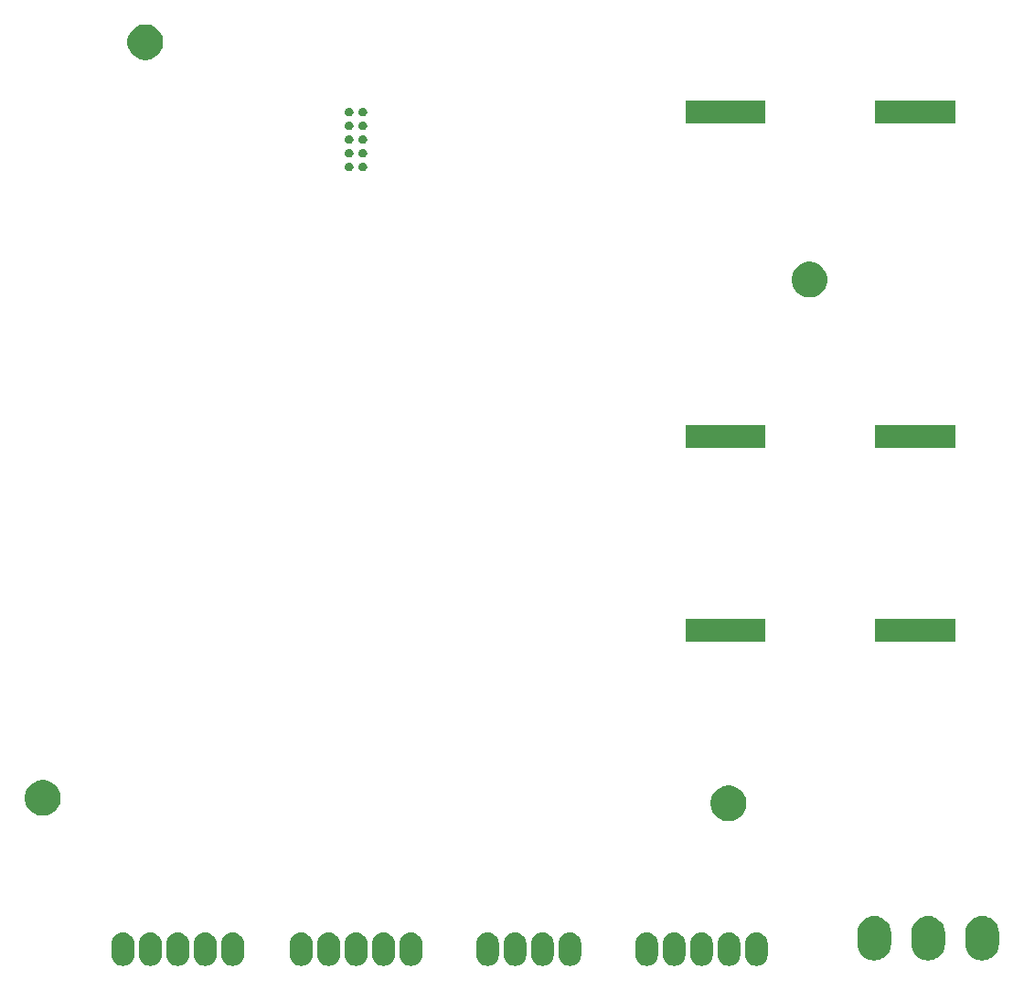
<source format=gbr>
G04 #@! TF.GenerationSoftware,KiCad,Pcbnew,5.0.2+dfsg1-1~bpo9+1*
G04 #@! TF.CreationDate,2019-06-05T17:15:04-04:00*
G04 #@! TF.ProjectId,SCARAMotorFeedbackController,53434152-414d-46f7-946f-724665656462,rev?*
G04 #@! TF.SameCoordinates,Original*
G04 #@! TF.FileFunction,Soldermask,Bot*
G04 #@! TF.FilePolarity,Negative*
%FSLAX46Y46*%
G04 Gerber Fmt 4.6, Leading zero omitted, Abs format (unit mm)*
G04 Created by KiCad (PCBNEW 5.0.2+dfsg1-1~bpo9+1) date Wed 05 Jun 2019 05:15:04 PM EDT*
%MOMM*%
%LPD*%
G01*
G04 APERTURE LIST*
%ADD10C,0.100000*%
G04 APERTURE END LIST*
D10*
G36*
X22786032Y5035793D02*
X22984146Y4975695D01*
X23166729Y4878103D01*
X23326765Y4746765D01*
X23458103Y4586729D01*
X23555695Y4404146D01*
X23615793Y4206032D01*
X23631000Y4051630D01*
X23631000Y2948370D01*
X23615793Y2793968D01*
X23555695Y2595854D01*
X23458103Y2413271D01*
X23458101Y2413269D01*
X23326768Y2253238D01*
X23326766Y2253237D01*
X23326765Y2253235D01*
X23166729Y2121897D01*
X22984145Y2024305D01*
X22786031Y1964207D01*
X22580000Y1943915D01*
X22373968Y1964207D01*
X22175854Y2024305D01*
X21993271Y2121897D01*
X21929257Y2174432D01*
X21833238Y2253232D01*
X21833237Y2253234D01*
X21833235Y2253235D01*
X21701897Y2413271D01*
X21604305Y2595855D01*
X21544207Y2793969D01*
X21529000Y2948371D01*
X21529000Y4051631D01*
X21544207Y4206028D01*
X21604306Y4404148D01*
X21701899Y4586731D01*
X21833236Y4746765D01*
X21993270Y4878101D01*
X21993272Y4878103D01*
X22175855Y4975695D01*
X22373969Y5035793D01*
X22580000Y5056085D01*
X22786032Y5035793D01*
X22786032Y5035793D01*
G37*
G36*
X51476032Y5035793D02*
X51674146Y4975695D01*
X51856729Y4878103D01*
X52016765Y4746765D01*
X52148103Y4586729D01*
X52245695Y4404146D01*
X52305793Y4206032D01*
X52321000Y4051630D01*
X52321000Y2948370D01*
X52305793Y2793968D01*
X52245695Y2595854D01*
X52148103Y2413271D01*
X52148101Y2413269D01*
X52016768Y2253238D01*
X52016766Y2253237D01*
X52016765Y2253235D01*
X51856729Y2121897D01*
X51674145Y2024305D01*
X51476031Y1964207D01*
X51270000Y1943915D01*
X51063968Y1964207D01*
X50865854Y2024305D01*
X50683271Y2121897D01*
X50619257Y2174432D01*
X50523238Y2253232D01*
X50523237Y2253234D01*
X50523235Y2253235D01*
X50391897Y2413271D01*
X50294305Y2595855D01*
X50234207Y2793969D01*
X50219000Y2948371D01*
X50219000Y4051631D01*
X50234207Y4206028D01*
X50294306Y4404148D01*
X50391899Y4586731D01*
X50523236Y4746765D01*
X50683270Y4878101D01*
X50683272Y4878103D01*
X50865855Y4975695D01*
X51063969Y5035793D01*
X51270000Y5056085D01*
X51476032Y5035793D01*
X51476032Y5035793D01*
G37*
G36*
X34206032Y5035793D02*
X34404146Y4975695D01*
X34586729Y4878103D01*
X34746765Y4746765D01*
X34878103Y4586729D01*
X34975695Y4404146D01*
X35035793Y4206032D01*
X35051000Y4051630D01*
X35051000Y2948370D01*
X35035793Y2793968D01*
X34975695Y2595854D01*
X34878103Y2413271D01*
X34878101Y2413269D01*
X34746768Y2253238D01*
X34746766Y2253237D01*
X34746765Y2253235D01*
X34586729Y2121897D01*
X34404145Y2024305D01*
X34206031Y1964207D01*
X34000000Y1943915D01*
X33793968Y1964207D01*
X33595854Y2024305D01*
X33413271Y2121897D01*
X33349257Y2174432D01*
X33253238Y2253232D01*
X33253237Y2253234D01*
X33253235Y2253235D01*
X33121897Y2413271D01*
X33024305Y2595855D01*
X32964207Y2793969D01*
X32949000Y2948371D01*
X32949000Y4051631D01*
X32964207Y4206028D01*
X33024306Y4404148D01*
X33121899Y4586731D01*
X33253236Y4746765D01*
X33413270Y4878101D01*
X33413272Y4878103D01*
X33595855Y4975695D01*
X33793969Y5035793D01*
X34000000Y5056085D01*
X34206032Y5035793D01*
X34206032Y5035793D01*
G37*
G36*
X36746032Y5035793D02*
X36944146Y4975695D01*
X37126729Y4878103D01*
X37286765Y4746765D01*
X37418103Y4586729D01*
X37515695Y4404146D01*
X37575793Y4206032D01*
X37591000Y4051630D01*
X37591000Y2948370D01*
X37575793Y2793968D01*
X37515695Y2595854D01*
X37418103Y2413271D01*
X37418101Y2413269D01*
X37286768Y2253238D01*
X37286766Y2253237D01*
X37286765Y2253235D01*
X37126729Y2121897D01*
X36944145Y2024305D01*
X36746031Y1964207D01*
X36540000Y1943915D01*
X36333968Y1964207D01*
X36135854Y2024305D01*
X35953271Y2121897D01*
X35889257Y2174432D01*
X35793238Y2253232D01*
X35793237Y2253234D01*
X35793235Y2253235D01*
X35661897Y2413271D01*
X35564305Y2595855D01*
X35504207Y2793969D01*
X35489000Y2948371D01*
X35489000Y4051631D01*
X35504207Y4206028D01*
X35564306Y4404148D01*
X35661899Y4586731D01*
X35793236Y4746765D01*
X35953270Y4878101D01*
X35953272Y4878103D01*
X36135855Y4975695D01*
X36333969Y5035793D01*
X36540000Y5056085D01*
X36746032Y5035793D01*
X36746032Y5035793D01*
G37*
G36*
X71286032Y5035793D02*
X71484146Y4975695D01*
X71666729Y4878103D01*
X71826765Y4746765D01*
X71958103Y4586729D01*
X72055695Y4404146D01*
X72115793Y4206032D01*
X72131000Y4051630D01*
X72131000Y2948370D01*
X72115793Y2793968D01*
X72055695Y2595854D01*
X71958103Y2413271D01*
X71958101Y2413269D01*
X71826768Y2253238D01*
X71826766Y2253237D01*
X71826765Y2253235D01*
X71666729Y2121897D01*
X71484145Y2024305D01*
X71286031Y1964207D01*
X71080000Y1943915D01*
X70873968Y1964207D01*
X70675854Y2024305D01*
X70493271Y2121897D01*
X70429257Y2174432D01*
X70333238Y2253232D01*
X70333237Y2253234D01*
X70333235Y2253235D01*
X70201897Y2413271D01*
X70104305Y2595855D01*
X70044207Y2793969D01*
X70029000Y2948371D01*
X70029000Y4051631D01*
X70044207Y4206028D01*
X70104306Y4404148D01*
X70201899Y4586731D01*
X70333236Y4746765D01*
X70493270Y4878101D01*
X70493272Y4878103D01*
X70675855Y4975695D01*
X70873969Y5035793D01*
X71080000Y5056085D01*
X71286032Y5035793D01*
X71286032Y5035793D01*
G37*
G36*
X68746032Y5035793D02*
X68944146Y4975695D01*
X69126729Y4878103D01*
X69286765Y4746765D01*
X69418103Y4586729D01*
X69515695Y4404146D01*
X69575793Y4206032D01*
X69591000Y4051630D01*
X69591000Y2948370D01*
X69575793Y2793968D01*
X69515695Y2595854D01*
X69418103Y2413271D01*
X69418101Y2413269D01*
X69286768Y2253238D01*
X69286766Y2253237D01*
X69286765Y2253235D01*
X69126729Y2121897D01*
X68944145Y2024305D01*
X68746031Y1964207D01*
X68540000Y1943915D01*
X68333968Y1964207D01*
X68135854Y2024305D01*
X67953271Y2121897D01*
X67889257Y2174432D01*
X67793238Y2253232D01*
X67793237Y2253234D01*
X67793235Y2253235D01*
X67661897Y2413271D01*
X67564305Y2595855D01*
X67504207Y2793969D01*
X67489000Y2948371D01*
X67489000Y4051631D01*
X67504207Y4206028D01*
X67564306Y4404148D01*
X67661899Y4586731D01*
X67793236Y4746765D01*
X67953270Y4878101D01*
X67953272Y4878103D01*
X68135855Y4975695D01*
X68333969Y5035793D01*
X68540000Y5056085D01*
X68746032Y5035793D01*
X68746032Y5035793D01*
G37*
G36*
X66206032Y5035793D02*
X66404146Y4975695D01*
X66586729Y4878103D01*
X66746765Y4746765D01*
X66878103Y4586729D01*
X66975695Y4404146D01*
X67035793Y4206032D01*
X67051000Y4051630D01*
X67051000Y2948370D01*
X67035793Y2793968D01*
X66975695Y2595854D01*
X66878103Y2413271D01*
X66878101Y2413269D01*
X66746768Y2253238D01*
X66746766Y2253237D01*
X66746765Y2253235D01*
X66586729Y2121897D01*
X66404145Y2024305D01*
X66206031Y1964207D01*
X66000000Y1943915D01*
X65793968Y1964207D01*
X65595854Y2024305D01*
X65413271Y2121897D01*
X65349257Y2174432D01*
X65253238Y2253232D01*
X65253237Y2253234D01*
X65253235Y2253235D01*
X65121897Y2413271D01*
X65024305Y2595855D01*
X64964207Y2793969D01*
X64949000Y2948371D01*
X64949000Y4051631D01*
X64964207Y4206028D01*
X65024306Y4404148D01*
X65121899Y4586731D01*
X65253236Y4746765D01*
X65413270Y4878101D01*
X65413272Y4878103D01*
X65595855Y4975695D01*
X65793969Y5035793D01*
X66000000Y5056085D01*
X66206032Y5035793D01*
X66206032Y5035793D01*
G37*
G36*
X63666032Y5035793D02*
X63864146Y4975695D01*
X64046729Y4878103D01*
X64206765Y4746765D01*
X64338103Y4586729D01*
X64435695Y4404146D01*
X64495793Y4206032D01*
X64511000Y4051630D01*
X64511000Y2948370D01*
X64495793Y2793968D01*
X64435695Y2595854D01*
X64338103Y2413271D01*
X64338101Y2413269D01*
X64206768Y2253238D01*
X64206766Y2253237D01*
X64206765Y2253235D01*
X64046729Y2121897D01*
X63864145Y2024305D01*
X63666031Y1964207D01*
X63460000Y1943915D01*
X63253968Y1964207D01*
X63055854Y2024305D01*
X62873271Y2121897D01*
X62809257Y2174432D01*
X62713238Y2253232D01*
X62713237Y2253234D01*
X62713235Y2253235D01*
X62581897Y2413271D01*
X62484305Y2595855D01*
X62424207Y2793969D01*
X62409000Y2948371D01*
X62409000Y4051631D01*
X62424207Y4206028D01*
X62484306Y4404148D01*
X62581899Y4586731D01*
X62713236Y4746765D01*
X62873270Y4878101D01*
X62873272Y4878103D01*
X63055855Y4975695D01*
X63253969Y5035793D01*
X63460000Y5056085D01*
X63666032Y5035793D01*
X63666032Y5035793D01*
G37*
G36*
X61126032Y5035793D02*
X61324146Y4975695D01*
X61506729Y4878103D01*
X61666765Y4746765D01*
X61798103Y4586729D01*
X61895695Y4404146D01*
X61955793Y4206032D01*
X61971000Y4051630D01*
X61971000Y2948370D01*
X61955793Y2793968D01*
X61895695Y2595854D01*
X61798103Y2413271D01*
X61798101Y2413269D01*
X61666768Y2253238D01*
X61666766Y2253237D01*
X61666765Y2253235D01*
X61506729Y2121897D01*
X61324145Y2024305D01*
X61126031Y1964207D01*
X60920000Y1943915D01*
X60713968Y1964207D01*
X60515854Y2024305D01*
X60333271Y2121897D01*
X60269257Y2174432D01*
X60173238Y2253232D01*
X60173237Y2253234D01*
X60173235Y2253235D01*
X60041897Y2413271D01*
X59944305Y2595855D01*
X59884207Y2793969D01*
X59869000Y2948371D01*
X59869000Y4051631D01*
X59884207Y4206028D01*
X59944306Y4404148D01*
X60041899Y4586731D01*
X60173236Y4746765D01*
X60333270Y4878101D01*
X60333272Y4878103D01*
X60515855Y4975695D01*
X60713969Y5035793D01*
X60920000Y5056085D01*
X61126032Y5035793D01*
X61126032Y5035793D01*
G37*
G36*
X54016032Y5035793D02*
X54214146Y4975695D01*
X54396729Y4878103D01*
X54556765Y4746765D01*
X54688103Y4586729D01*
X54785695Y4404146D01*
X54845793Y4206032D01*
X54861000Y4051630D01*
X54861000Y2948370D01*
X54845793Y2793968D01*
X54785695Y2595854D01*
X54688103Y2413271D01*
X54688101Y2413269D01*
X54556768Y2253238D01*
X54556766Y2253237D01*
X54556765Y2253235D01*
X54396729Y2121897D01*
X54214145Y2024305D01*
X54016031Y1964207D01*
X53810000Y1943915D01*
X53603968Y1964207D01*
X53405854Y2024305D01*
X53223271Y2121897D01*
X53159257Y2174432D01*
X53063238Y2253232D01*
X53063237Y2253234D01*
X53063235Y2253235D01*
X52931897Y2413271D01*
X52834305Y2595855D01*
X52774207Y2793969D01*
X52759000Y2948371D01*
X52759000Y4051631D01*
X52774207Y4206028D01*
X52834306Y4404148D01*
X52931899Y4586731D01*
X53063236Y4746765D01*
X53223270Y4878101D01*
X53223272Y4878103D01*
X53405855Y4975695D01*
X53603969Y5035793D01*
X53810000Y5056085D01*
X54016032Y5035793D01*
X54016032Y5035793D01*
G37*
G36*
X48936032Y5035793D02*
X49134146Y4975695D01*
X49316729Y4878103D01*
X49476765Y4746765D01*
X49608103Y4586729D01*
X49705695Y4404146D01*
X49765793Y4206032D01*
X49781000Y4051630D01*
X49781000Y2948370D01*
X49765793Y2793968D01*
X49705695Y2595854D01*
X49608103Y2413271D01*
X49608101Y2413269D01*
X49476768Y2253238D01*
X49476766Y2253237D01*
X49476765Y2253235D01*
X49316729Y2121897D01*
X49134145Y2024305D01*
X48936031Y1964207D01*
X48730000Y1943915D01*
X48523968Y1964207D01*
X48325854Y2024305D01*
X48143271Y2121897D01*
X48079257Y2174432D01*
X47983238Y2253232D01*
X47983237Y2253234D01*
X47983235Y2253235D01*
X47851897Y2413271D01*
X47754305Y2595855D01*
X47694207Y2793969D01*
X47679000Y2948371D01*
X47679000Y4051631D01*
X47694207Y4206028D01*
X47754306Y4404148D01*
X47851899Y4586731D01*
X47983236Y4746765D01*
X48143270Y4878101D01*
X48143272Y4878103D01*
X48325855Y4975695D01*
X48523969Y5035793D01*
X48730000Y5056085D01*
X48936032Y5035793D01*
X48936032Y5035793D01*
G37*
G36*
X46396032Y5035793D02*
X46594146Y4975695D01*
X46776729Y4878103D01*
X46936765Y4746765D01*
X47068103Y4586729D01*
X47165695Y4404146D01*
X47225793Y4206032D01*
X47241000Y4051630D01*
X47241000Y2948370D01*
X47225793Y2793968D01*
X47165695Y2595854D01*
X47068103Y2413271D01*
X47068101Y2413269D01*
X46936768Y2253238D01*
X46936766Y2253237D01*
X46936765Y2253235D01*
X46776729Y2121897D01*
X46594145Y2024305D01*
X46396031Y1964207D01*
X46190000Y1943915D01*
X45983968Y1964207D01*
X45785854Y2024305D01*
X45603271Y2121897D01*
X45539257Y2174432D01*
X45443238Y2253232D01*
X45443237Y2253234D01*
X45443235Y2253235D01*
X45311897Y2413271D01*
X45214305Y2595855D01*
X45154207Y2793969D01*
X45139000Y2948371D01*
X45139000Y4051631D01*
X45154207Y4206028D01*
X45214306Y4404148D01*
X45311899Y4586731D01*
X45443236Y4746765D01*
X45603270Y4878101D01*
X45603272Y4878103D01*
X45785855Y4975695D01*
X45983969Y5035793D01*
X46190000Y5056085D01*
X46396032Y5035793D01*
X46396032Y5035793D01*
G37*
G36*
X31666032Y5035793D02*
X31864146Y4975695D01*
X32046729Y4878103D01*
X32206765Y4746765D01*
X32338103Y4586729D01*
X32435695Y4404146D01*
X32495793Y4206032D01*
X32511000Y4051630D01*
X32511000Y2948370D01*
X32495793Y2793968D01*
X32435695Y2595854D01*
X32338103Y2413271D01*
X32338101Y2413269D01*
X32206768Y2253238D01*
X32206766Y2253237D01*
X32206765Y2253235D01*
X32046729Y2121897D01*
X31864145Y2024305D01*
X31666031Y1964207D01*
X31460000Y1943915D01*
X31253968Y1964207D01*
X31055854Y2024305D01*
X30873271Y2121897D01*
X30809257Y2174432D01*
X30713238Y2253232D01*
X30713237Y2253234D01*
X30713235Y2253235D01*
X30581897Y2413271D01*
X30484305Y2595855D01*
X30424207Y2793969D01*
X30409000Y2948371D01*
X30409000Y4051631D01*
X30424207Y4206028D01*
X30484306Y4404148D01*
X30581899Y4586731D01*
X30713236Y4746765D01*
X30873270Y4878101D01*
X30873272Y4878103D01*
X31055855Y4975695D01*
X31253969Y5035793D01*
X31460000Y5056085D01*
X31666032Y5035793D01*
X31666032Y5035793D01*
G37*
G36*
X29126032Y5035793D02*
X29324146Y4975695D01*
X29506729Y4878103D01*
X29666765Y4746765D01*
X29798103Y4586729D01*
X29895695Y4404146D01*
X29955793Y4206032D01*
X29971000Y4051630D01*
X29971000Y2948370D01*
X29955793Y2793968D01*
X29895695Y2595854D01*
X29798103Y2413271D01*
X29798101Y2413269D01*
X29666768Y2253238D01*
X29666766Y2253237D01*
X29666765Y2253235D01*
X29506729Y2121897D01*
X29324145Y2024305D01*
X29126031Y1964207D01*
X28920000Y1943915D01*
X28713968Y1964207D01*
X28515854Y2024305D01*
X28333271Y2121897D01*
X28269257Y2174432D01*
X28173238Y2253232D01*
X28173237Y2253234D01*
X28173235Y2253235D01*
X28041897Y2413271D01*
X27944305Y2595855D01*
X27884207Y2793969D01*
X27869000Y2948371D01*
X27869000Y4051631D01*
X27884207Y4206028D01*
X27944306Y4404148D01*
X28041899Y4586731D01*
X28173236Y4746765D01*
X28333270Y4878101D01*
X28333272Y4878103D01*
X28515855Y4975695D01*
X28713969Y5035793D01*
X28920000Y5056085D01*
X29126032Y5035793D01*
X29126032Y5035793D01*
G37*
G36*
X12626032Y5035793D02*
X12824146Y4975695D01*
X13006729Y4878103D01*
X13166765Y4746765D01*
X13298103Y4586729D01*
X13395695Y4404146D01*
X13455793Y4206032D01*
X13471000Y4051630D01*
X13471000Y2948370D01*
X13455793Y2793968D01*
X13395695Y2595854D01*
X13298103Y2413271D01*
X13298101Y2413269D01*
X13166768Y2253238D01*
X13166766Y2253237D01*
X13166765Y2253235D01*
X13006729Y2121897D01*
X12824145Y2024305D01*
X12626031Y1964207D01*
X12420000Y1943915D01*
X12213968Y1964207D01*
X12015854Y2024305D01*
X11833271Y2121897D01*
X11769257Y2174432D01*
X11673238Y2253232D01*
X11673237Y2253234D01*
X11673235Y2253235D01*
X11541897Y2413271D01*
X11444305Y2595855D01*
X11384207Y2793969D01*
X11369000Y2948371D01*
X11369000Y4051631D01*
X11384207Y4206028D01*
X11444306Y4404148D01*
X11541899Y4586731D01*
X11673236Y4746765D01*
X11833270Y4878101D01*
X11833272Y4878103D01*
X12015855Y4975695D01*
X12213969Y5035793D01*
X12420000Y5056085D01*
X12626032Y5035793D01*
X12626032Y5035793D01*
G37*
G36*
X39286032Y5035793D02*
X39484146Y4975695D01*
X39666729Y4878103D01*
X39826765Y4746765D01*
X39958103Y4586729D01*
X40055695Y4404146D01*
X40115793Y4206032D01*
X40131000Y4051630D01*
X40131000Y2948370D01*
X40115793Y2793968D01*
X40055695Y2595854D01*
X39958103Y2413271D01*
X39958101Y2413269D01*
X39826768Y2253238D01*
X39826766Y2253237D01*
X39826765Y2253235D01*
X39666729Y2121897D01*
X39484145Y2024305D01*
X39286031Y1964207D01*
X39080000Y1943915D01*
X38873968Y1964207D01*
X38675854Y2024305D01*
X38493271Y2121897D01*
X38429257Y2174432D01*
X38333238Y2253232D01*
X38333237Y2253234D01*
X38333235Y2253235D01*
X38201897Y2413271D01*
X38104305Y2595855D01*
X38044207Y2793969D01*
X38029000Y2948371D01*
X38029000Y4051631D01*
X38044207Y4206028D01*
X38104306Y4404148D01*
X38201899Y4586731D01*
X38333236Y4746765D01*
X38493270Y4878101D01*
X38493272Y4878103D01*
X38675855Y4975695D01*
X38873969Y5035793D01*
X39080000Y5056085D01*
X39286032Y5035793D01*
X39286032Y5035793D01*
G37*
G36*
X15166032Y5035793D02*
X15364146Y4975695D01*
X15546729Y4878103D01*
X15706765Y4746765D01*
X15838103Y4586729D01*
X15935695Y4404146D01*
X15995793Y4206032D01*
X16011000Y4051630D01*
X16011000Y2948370D01*
X15995793Y2793968D01*
X15935695Y2595854D01*
X15838103Y2413271D01*
X15838101Y2413269D01*
X15706768Y2253238D01*
X15706766Y2253237D01*
X15706765Y2253235D01*
X15546729Y2121897D01*
X15364145Y2024305D01*
X15166031Y1964207D01*
X14960000Y1943915D01*
X14753968Y1964207D01*
X14555854Y2024305D01*
X14373271Y2121897D01*
X14309257Y2174432D01*
X14213238Y2253232D01*
X14213237Y2253234D01*
X14213235Y2253235D01*
X14081897Y2413271D01*
X13984305Y2595855D01*
X13924207Y2793969D01*
X13909000Y2948371D01*
X13909000Y4051631D01*
X13924207Y4206028D01*
X13984306Y4404148D01*
X14081899Y4586731D01*
X14213236Y4746765D01*
X14373270Y4878101D01*
X14373272Y4878103D01*
X14555855Y4975695D01*
X14753969Y5035793D01*
X14960000Y5056085D01*
X15166032Y5035793D01*
X15166032Y5035793D01*
G37*
G36*
X17706032Y5035793D02*
X17904146Y4975695D01*
X18086729Y4878103D01*
X18246765Y4746765D01*
X18378103Y4586729D01*
X18475695Y4404146D01*
X18535793Y4206032D01*
X18551000Y4051630D01*
X18551000Y2948370D01*
X18535793Y2793968D01*
X18475695Y2595854D01*
X18378103Y2413271D01*
X18378101Y2413269D01*
X18246768Y2253238D01*
X18246766Y2253237D01*
X18246765Y2253235D01*
X18086729Y2121897D01*
X17904145Y2024305D01*
X17706031Y1964207D01*
X17500000Y1943915D01*
X17293968Y1964207D01*
X17095854Y2024305D01*
X16913271Y2121897D01*
X16849257Y2174432D01*
X16753238Y2253232D01*
X16753237Y2253234D01*
X16753235Y2253235D01*
X16621897Y2413271D01*
X16524305Y2595855D01*
X16464207Y2793969D01*
X16449000Y2948371D01*
X16449000Y4051631D01*
X16464207Y4206028D01*
X16524306Y4404148D01*
X16621899Y4586731D01*
X16753236Y4746765D01*
X16913270Y4878101D01*
X16913272Y4878103D01*
X17095855Y4975695D01*
X17293969Y5035793D01*
X17500000Y5056085D01*
X17706032Y5035793D01*
X17706032Y5035793D01*
G37*
G36*
X20246032Y5035793D02*
X20444146Y4975695D01*
X20626729Y4878103D01*
X20786765Y4746765D01*
X20918103Y4586729D01*
X21015695Y4404146D01*
X21075793Y4206032D01*
X21091000Y4051630D01*
X21091000Y2948370D01*
X21075793Y2793968D01*
X21015695Y2595854D01*
X20918103Y2413271D01*
X20918101Y2413269D01*
X20786768Y2253238D01*
X20786766Y2253237D01*
X20786765Y2253235D01*
X20626729Y2121897D01*
X20444145Y2024305D01*
X20246031Y1964207D01*
X20040000Y1943915D01*
X19833968Y1964207D01*
X19635854Y2024305D01*
X19453271Y2121897D01*
X19389257Y2174432D01*
X19293238Y2253232D01*
X19293237Y2253234D01*
X19293235Y2253235D01*
X19161897Y2413271D01*
X19064305Y2595855D01*
X19004207Y2793969D01*
X18989000Y2948371D01*
X18989000Y4051631D01*
X19004207Y4206028D01*
X19064306Y4404148D01*
X19161899Y4586731D01*
X19293236Y4746765D01*
X19453270Y4878101D01*
X19453272Y4878103D01*
X19635855Y4975695D01*
X19833969Y5035793D01*
X20040000Y5056085D01*
X20246032Y5035793D01*
X20246032Y5035793D01*
G37*
G36*
X92304049Y6528558D02*
X92498959Y6469433D01*
X92596415Y6439870D01*
X92694690Y6387340D01*
X92865858Y6295849D01*
X93102029Y6102029D01*
X93295849Y5865858D01*
X93387340Y5694690D01*
X93439870Y5596415D01*
X93439870Y5596414D01*
X93528558Y5304049D01*
X93551000Y5076190D01*
X93551000Y3923810D01*
X93528558Y3695951D01*
X93469433Y3501041D01*
X93439870Y3403585D01*
X93387340Y3305310D01*
X93295849Y3134142D01*
X93295847Y3134140D01*
X93102032Y2897974D01*
X93102030Y2897973D01*
X93102029Y2897971D01*
X92865857Y2704151D01*
X92731135Y2632140D01*
X92596414Y2560130D01*
X92498958Y2530567D01*
X92304048Y2471442D01*
X92000000Y2441496D01*
X91695951Y2471442D01*
X91501041Y2530567D01*
X91403585Y2560130D01*
X91305310Y2612660D01*
X91134142Y2704151D01*
X91024693Y2793973D01*
X90897974Y2897968D01*
X90897973Y2897970D01*
X90897971Y2897971D01*
X90704151Y3134143D01*
X90560131Y3403585D01*
X90560130Y3403586D01*
X90530567Y3501042D01*
X90471442Y3695952D01*
X90449000Y3923811D01*
X90449000Y5076190D01*
X90471442Y5304049D01*
X90560130Y5596414D01*
X90560130Y5596415D01*
X90612660Y5694690D01*
X90704151Y5865858D01*
X90897972Y6102029D01*
X91134143Y6295849D01*
X91305311Y6387340D01*
X91403586Y6439870D01*
X91501042Y6469433D01*
X91695952Y6528558D01*
X92000000Y6558504D01*
X92304049Y6528558D01*
X92304049Y6528558D01*
G37*
G36*
X82304049Y6528558D02*
X82498959Y6469433D01*
X82596415Y6439870D01*
X82694690Y6387340D01*
X82865858Y6295849D01*
X83102029Y6102029D01*
X83295849Y5865858D01*
X83387340Y5694690D01*
X83439870Y5596415D01*
X83439870Y5596414D01*
X83528558Y5304049D01*
X83551000Y5076190D01*
X83551000Y3923810D01*
X83528558Y3695951D01*
X83469433Y3501041D01*
X83439870Y3403585D01*
X83387340Y3305310D01*
X83295849Y3134142D01*
X83295847Y3134140D01*
X83102032Y2897974D01*
X83102030Y2897973D01*
X83102029Y2897971D01*
X82865857Y2704151D01*
X82731135Y2632140D01*
X82596414Y2560130D01*
X82498958Y2530567D01*
X82304048Y2471442D01*
X82000000Y2441496D01*
X81695951Y2471442D01*
X81501041Y2530567D01*
X81403585Y2560130D01*
X81305310Y2612660D01*
X81134142Y2704151D01*
X81024693Y2793973D01*
X80897974Y2897968D01*
X80897973Y2897970D01*
X80897971Y2897971D01*
X80704151Y3134143D01*
X80560131Y3403585D01*
X80560130Y3403586D01*
X80530567Y3501042D01*
X80471442Y3695952D01*
X80449000Y3923811D01*
X80449000Y5076190D01*
X80471442Y5304049D01*
X80560130Y5596414D01*
X80560130Y5596415D01*
X80612660Y5694690D01*
X80704151Y5865858D01*
X80897972Y6102029D01*
X81134143Y6295849D01*
X81305311Y6387340D01*
X81403586Y6439870D01*
X81501042Y6469433D01*
X81695952Y6528558D01*
X82000000Y6558504D01*
X82304049Y6528558D01*
X82304049Y6528558D01*
G37*
G36*
X87304049Y6528558D02*
X87498959Y6469433D01*
X87596415Y6439870D01*
X87694690Y6387340D01*
X87865858Y6295849D01*
X88102029Y6102029D01*
X88295849Y5865858D01*
X88387340Y5694690D01*
X88439870Y5596415D01*
X88439870Y5596414D01*
X88528558Y5304049D01*
X88551000Y5076190D01*
X88551000Y3923810D01*
X88528558Y3695951D01*
X88469433Y3501041D01*
X88439870Y3403585D01*
X88387340Y3305310D01*
X88295849Y3134142D01*
X88295847Y3134140D01*
X88102032Y2897974D01*
X88102030Y2897973D01*
X88102029Y2897971D01*
X87865857Y2704151D01*
X87731135Y2632140D01*
X87596414Y2560130D01*
X87498958Y2530567D01*
X87304048Y2471442D01*
X87000000Y2441496D01*
X86695951Y2471442D01*
X86501041Y2530567D01*
X86403585Y2560130D01*
X86305310Y2612660D01*
X86134142Y2704151D01*
X86024693Y2793973D01*
X85897974Y2897968D01*
X85897973Y2897970D01*
X85897971Y2897971D01*
X85704151Y3134143D01*
X85560131Y3403585D01*
X85560130Y3403586D01*
X85530567Y3501042D01*
X85471442Y3695952D01*
X85449000Y3923811D01*
X85449000Y5076190D01*
X85471442Y5304049D01*
X85560130Y5596414D01*
X85560130Y5596415D01*
X85612660Y5694690D01*
X85704151Y5865858D01*
X85897972Y6102029D01*
X86134143Y6295849D01*
X86305311Y6387340D01*
X86403586Y6439870D01*
X86501042Y6469433D01*
X86695952Y6528558D01*
X87000000Y6558504D01*
X87304049Y6528558D01*
X87304049Y6528558D01*
G37*
G36*
X68875256Y18608702D02*
X68981579Y18587553D01*
X69282042Y18463097D01*
X69548852Y18284820D01*
X69552454Y18282413D01*
X69782413Y18052454D01*
X69963098Y17782040D01*
X70087553Y17481578D01*
X70151000Y17162611D01*
X70151000Y16837389D01*
X70108702Y16624744D01*
X70087553Y16518421D01*
X69963097Y16217958D01*
X69842119Y16036902D01*
X69782413Y15947546D01*
X69552454Y15717587D01*
X69552451Y15717585D01*
X69282042Y15536903D01*
X68981579Y15412447D01*
X68875256Y15391298D01*
X68662611Y15349000D01*
X68337389Y15349000D01*
X68124744Y15391298D01*
X68018421Y15412447D01*
X67717958Y15536903D01*
X67447549Y15717585D01*
X67447546Y15717587D01*
X67217587Y15947546D01*
X67157881Y16036902D01*
X67036903Y16217958D01*
X66912447Y16518421D01*
X66891298Y16624744D01*
X66849000Y16837389D01*
X66849000Y17162611D01*
X66912447Y17481578D01*
X67036902Y17782040D01*
X67217587Y18052454D01*
X67447546Y18282413D01*
X67451148Y18284820D01*
X67717958Y18463097D01*
X68018421Y18587553D01*
X68124744Y18608702D01*
X68337389Y18651000D01*
X68662611Y18651000D01*
X68875256Y18608702D01*
X68875256Y18608702D01*
G37*
G36*
X5375256Y19108702D02*
X5481579Y19087553D01*
X5782042Y18963097D01*
X6048852Y18784820D01*
X6052454Y18782413D01*
X6282413Y18552454D01*
X6282415Y18552451D01*
X6463097Y18282042D01*
X6558196Y18052454D01*
X6587553Y17981578D01*
X6651000Y17662611D01*
X6651000Y17337389D01*
X6587553Y17018422D01*
X6463098Y16717960D01*
X6282413Y16447546D01*
X6052454Y16217587D01*
X6052451Y16217585D01*
X5782042Y16036903D01*
X5481579Y15912447D01*
X5375256Y15891298D01*
X5162611Y15849000D01*
X4837389Y15849000D01*
X4624744Y15891298D01*
X4518421Y15912447D01*
X4217958Y16036903D01*
X3947549Y16217585D01*
X3947546Y16217587D01*
X3717587Y16447546D01*
X3536902Y16717960D01*
X3412447Y17018422D01*
X3349000Y17337389D01*
X3349000Y17662611D01*
X3412447Y17981578D01*
X3441805Y18052454D01*
X3536903Y18282042D01*
X3717585Y18552451D01*
X3717587Y18552454D01*
X3947546Y18782413D01*
X3951148Y18784820D01*
X4217958Y18963097D01*
X4518421Y19087553D01*
X4624744Y19108702D01*
X4837389Y19151000D01*
X5162611Y19151000D01*
X5375256Y19108702D01*
X5375256Y19108702D01*
G37*
G36*
X71901000Y31949000D02*
X64499000Y31949000D01*
X64499000Y34051000D01*
X71901000Y34051000D01*
X71901000Y31949000D01*
X71901000Y31949000D01*
G37*
G36*
X89501000Y31949000D02*
X82099000Y31949000D01*
X82099000Y34051000D01*
X89501000Y34051000D01*
X89501000Y31949000D01*
X89501000Y31949000D01*
G37*
G36*
X89501000Y49949000D02*
X82099000Y49949000D01*
X82099000Y52051000D01*
X89501000Y52051000D01*
X89501000Y49949000D01*
X89501000Y49949000D01*
G37*
G36*
X71901000Y49949000D02*
X64499000Y49949000D01*
X64499000Y52051000D01*
X71901000Y52051000D01*
X71901000Y49949000D01*
X71901000Y49949000D01*
G37*
G36*
X76375256Y67108702D02*
X76481579Y67087553D01*
X76782042Y66963097D01*
X77048852Y66784820D01*
X77052454Y66782413D01*
X77282413Y66552454D01*
X77463098Y66282040D01*
X77587553Y65981578D01*
X77651000Y65662611D01*
X77651000Y65337389D01*
X77587553Y65018422D01*
X77463098Y64717960D01*
X77282413Y64447546D01*
X77052454Y64217587D01*
X77052451Y64217585D01*
X76782042Y64036903D01*
X76481579Y63912447D01*
X76375256Y63891298D01*
X76162611Y63849000D01*
X75837389Y63849000D01*
X75624744Y63891298D01*
X75518421Y63912447D01*
X75217958Y64036903D01*
X74947549Y64217585D01*
X74947546Y64217587D01*
X74717587Y64447546D01*
X74536902Y64717960D01*
X74412447Y65018422D01*
X74349000Y65337389D01*
X74349000Y65662611D01*
X74412447Y65981578D01*
X74536902Y66282040D01*
X74717587Y66552454D01*
X74947546Y66782413D01*
X74951148Y66784820D01*
X75217958Y66963097D01*
X75518421Y67087553D01*
X75624744Y67108702D01*
X75837389Y67151000D01*
X76162611Y67151000D01*
X76375256Y67108702D01*
X76375256Y67108702D01*
G37*
G36*
X34700319Y76355863D02*
X34751967Y76345590D01*
X34824945Y76315361D01*
X34890625Y76271475D01*
X34946475Y76215625D01*
X34946477Y76215622D01*
X34990361Y76149945D01*
X35020590Y76076967D01*
X35036000Y75999495D01*
X35036000Y75920505D01*
X35020590Y75843033D01*
X34990361Y75770055D01*
X34946475Y75704375D01*
X34890625Y75648525D01*
X34890622Y75648523D01*
X34824945Y75604639D01*
X34751967Y75574410D01*
X34700319Y75564137D01*
X34674496Y75559000D01*
X34595504Y75559000D01*
X34569681Y75564137D01*
X34518033Y75574410D01*
X34445055Y75604639D01*
X34379378Y75648523D01*
X34379375Y75648525D01*
X34323525Y75704375D01*
X34279639Y75770055D01*
X34249410Y75843033D01*
X34234000Y75920505D01*
X34234000Y75999495D01*
X34249410Y76076967D01*
X34279639Y76149945D01*
X34323523Y76215622D01*
X34323525Y76215625D01*
X34379375Y76271475D01*
X34445055Y76315361D01*
X34518033Y76345590D01*
X34569681Y76355863D01*
X34595504Y76361000D01*
X34674496Y76361000D01*
X34700319Y76355863D01*
X34700319Y76355863D01*
G37*
G36*
X33430319Y76355863D02*
X33481967Y76345590D01*
X33554945Y76315361D01*
X33620625Y76271475D01*
X33676475Y76215625D01*
X33676477Y76215622D01*
X33720361Y76149945D01*
X33750590Y76076967D01*
X33766000Y75999495D01*
X33766000Y75920505D01*
X33750590Y75843033D01*
X33720361Y75770055D01*
X33676475Y75704375D01*
X33620625Y75648525D01*
X33620622Y75648523D01*
X33554945Y75604639D01*
X33481967Y75574410D01*
X33430319Y75564137D01*
X33404496Y75559000D01*
X33325504Y75559000D01*
X33299681Y75564137D01*
X33248033Y75574410D01*
X33175055Y75604639D01*
X33109378Y75648523D01*
X33109375Y75648525D01*
X33053525Y75704375D01*
X33009639Y75770055D01*
X32979410Y75843033D01*
X32964000Y75920505D01*
X32964000Y75999495D01*
X32979410Y76076967D01*
X33009639Y76149945D01*
X33053523Y76215622D01*
X33053525Y76215625D01*
X33109375Y76271475D01*
X33175055Y76315361D01*
X33248033Y76345590D01*
X33299681Y76355863D01*
X33325504Y76361000D01*
X33404496Y76361000D01*
X33430319Y76355863D01*
X33430319Y76355863D01*
G37*
G36*
X33430319Y77625863D02*
X33481967Y77615590D01*
X33554945Y77585361D01*
X33620625Y77541475D01*
X33676475Y77485625D01*
X33676477Y77485622D01*
X33720361Y77419945D01*
X33750590Y77346967D01*
X33766000Y77269495D01*
X33766000Y77190505D01*
X33750590Y77113033D01*
X33720361Y77040055D01*
X33676475Y76974375D01*
X33620625Y76918525D01*
X33620622Y76918523D01*
X33554945Y76874639D01*
X33481967Y76844410D01*
X33430319Y76834137D01*
X33404496Y76829000D01*
X33325504Y76829000D01*
X33299681Y76834137D01*
X33248033Y76844410D01*
X33175055Y76874639D01*
X33109378Y76918523D01*
X33109375Y76918525D01*
X33053525Y76974375D01*
X33009639Y77040055D01*
X32979410Y77113033D01*
X32964000Y77190505D01*
X32964000Y77269495D01*
X32979410Y77346967D01*
X33009639Y77419945D01*
X33053523Y77485622D01*
X33053525Y77485625D01*
X33109375Y77541475D01*
X33175055Y77585361D01*
X33248033Y77615590D01*
X33299681Y77625863D01*
X33325504Y77631000D01*
X33404496Y77631000D01*
X33430319Y77625863D01*
X33430319Y77625863D01*
G37*
G36*
X34700319Y77625863D02*
X34751967Y77615590D01*
X34824945Y77585361D01*
X34890625Y77541475D01*
X34946475Y77485625D01*
X34946477Y77485622D01*
X34990361Y77419945D01*
X35020590Y77346967D01*
X35036000Y77269495D01*
X35036000Y77190505D01*
X35020590Y77113033D01*
X34990361Y77040055D01*
X34946475Y76974375D01*
X34890625Y76918525D01*
X34890622Y76918523D01*
X34824945Y76874639D01*
X34751967Y76844410D01*
X34700319Y76834137D01*
X34674496Y76829000D01*
X34595504Y76829000D01*
X34569681Y76834137D01*
X34518033Y76844410D01*
X34445055Y76874639D01*
X34379378Y76918523D01*
X34379375Y76918525D01*
X34323525Y76974375D01*
X34279639Y77040055D01*
X34249410Y77113033D01*
X34234000Y77190505D01*
X34234000Y77269495D01*
X34249410Y77346967D01*
X34279639Y77419945D01*
X34323523Y77485622D01*
X34323525Y77485625D01*
X34379375Y77541475D01*
X34445055Y77585361D01*
X34518033Y77615590D01*
X34569681Y77625863D01*
X34595504Y77631000D01*
X34674496Y77631000D01*
X34700319Y77625863D01*
X34700319Y77625863D01*
G37*
G36*
X34700319Y78895863D02*
X34751967Y78885590D01*
X34824945Y78855361D01*
X34890625Y78811475D01*
X34946475Y78755625D01*
X34946477Y78755622D01*
X34990361Y78689945D01*
X35020590Y78616967D01*
X35036000Y78539495D01*
X35036000Y78460505D01*
X35020590Y78383033D01*
X34990361Y78310055D01*
X34946475Y78244375D01*
X34890625Y78188525D01*
X34890622Y78188523D01*
X34824945Y78144639D01*
X34751967Y78114410D01*
X34700319Y78104137D01*
X34674496Y78099000D01*
X34595504Y78099000D01*
X34569681Y78104137D01*
X34518033Y78114410D01*
X34445055Y78144639D01*
X34379378Y78188523D01*
X34379375Y78188525D01*
X34323525Y78244375D01*
X34279639Y78310055D01*
X34249410Y78383033D01*
X34234000Y78460505D01*
X34234000Y78539495D01*
X34249410Y78616967D01*
X34279639Y78689945D01*
X34323523Y78755622D01*
X34323525Y78755625D01*
X34379375Y78811475D01*
X34445055Y78855361D01*
X34518033Y78885590D01*
X34569681Y78895863D01*
X34595504Y78901000D01*
X34674496Y78901000D01*
X34700319Y78895863D01*
X34700319Y78895863D01*
G37*
G36*
X33430319Y78895863D02*
X33481967Y78885590D01*
X33554945Y78855361D01*
X33620625Y78811475D01*
X33676475Y78755625D01*
X33676477Y78755622D01*
X33720361Y78689945D01*
X33750590Y78616967D01*
X33766000Y78539495D01*
X33766000Y78460505D01*
X33750590Y78383033D01*
X33720361Y78310055D01*
X33676475Y78244375D01*
X33620625Y78188525D01*
X33620622Y78188523D01*
X33554945Y78144639D01*
X33481967Y78114410D01*
X33430319Y78104137D01*
X33404496Y78099000D01*
X33325504Y78099000D01*
X33299681Y78104137D01*
X33248033Y78114410D01*
X33175055Y78144639D01*
X33109378Y78188523D01*
X33109375Y78188525D01*
X33053525Y78244375D01*
X33009639Y78310055D01*
X32979410Y78383033D01*
X32964000Y78460505D01*
X32964000Y78539495D01*
X32979410Y78616967D01*
X33009639Y78689945D01*
X33053523Y78755622D01*
X33053525Y78755625D01*
X33109375Y78811475D01*
X33175055Y78855361D01*
X33248033Y78885590D01*
X33299681Y78895863D01*
X33325504Y78901000D01*
X33404496Y78901000D01*
X33430319Y78895863D01*
X33430319Y78895863D01*
G37*
G36*
X34700319Y80165863D02*
X34751967Y80155590D01*
X34824945Y80125361D01*
X34890625Y80081475D01*
X34946475Y80025625D01*
X34946477Y80025622D01*
X34990361Y79959945D01*
X35020590Y79886967D01*
X35036000Y79809495D01*
X35036000Y79730505D01*
X35020590Y79653033D01*
X34990361Y79580055D01*
X34946475Y79514375D01*
X34890625Y79458525D01*
X34890622Y79458523D01*
X34824945Y79414639D01*
X34751967Y79384410D01*
X34700319Y79374137D01*
X34674496Y79369000D01*
X34595504Y79369000D01*
X34569681Y79374137D01*
X34518033Y79384410D01*
X34445055Y79414639D01*
X34379378Y79458523D01*
X34379375Y79458525D01*
X34323525Y79514375D01*
X34279639Y79580055D01*
X34249410Y79653033D01*
X34234000Y79730505D01*
X34234000Y79809495D01*
X34249410Y79886967D01*
X34279639Y79959945D01*
X34323523Y80025622D01*
X34323525Y80025625D01*
X34379375Y80081475D01*
X34445055Y80125361D01*
X34518033Y80155590D01*
X34569681Y80165863D01*
X34595504Y80171000D01*
X34674496Y80171000D01*
X34700319Y80165863D01*
X34700319Y80165863D01*
G37*
G36*
X33430319Y80165863D02*
X33481967Y80155590D01*
X33554945Y80125361D01*
X33620625Y80081475D01*
X33676475Y80025625D01*
X33676477Y80025622D01*
X33720361Y79959945D01*
X33750590Y79886967D01*
X33766000Y79809495D01*
X33766000Y79730505D01*
X33750590Y79653033D01*
X33720361Y79580055D01*
X33676475Y79514375D01*
X33620625Y79458525D01*
X33620622Y79458523D01*
X33554945Y79414639D01*
X33481967Y79384410D01*
X33430319Y79374137D01*
X33404496Y79369000D01*
X33325504Y79369000D01*
X33299681Y79374137D01*
X33248033Y79384410D01*
X33175055Y79414639D01*
X33109378Y79458523D01*
X33109375Y79458525D01*
X33053525Y79514375D01*
X33009639Y79580055D01*
X32979410Y79653033D01*
X32964000Y79730505D01*
X32964000Y79809495D01*
X32979410Y79886967D01*
X33009639Y79959945D01*
X33053523Y80025622D01*
X33053525Y80025625D01*
X33109375Y80081475D01*
X33175055Y80125361D01*
X33248033Y80155590D01*
X33299681Y80165863D01*
X33325504Y80171000D01*
X33404496Y80171000D01*
X33430319Y80165863D01*
X33430319Y80165863D01*
G37*
G36*
X71901000Y79949000D02*
X64499000Y79949000D01*
X64499000Y82051000D01*
X71901000Y82051000D01*
X71901000Y79949000D01*
X71901000Y79949000D01*
G37*
G36*
X89501000Y79949000D02*
X82099000Y79949000D01*
X82099000Y82051000D01*
X89501000Y82051000D01*
X89501000Y79949000D01*
X89501000Y79949000D01*
G37*
G36*
X34700319Y81435863D02*
X34751967Y81425590D01*
X34824945Y81395361D01*
X34890625Y81351475D01*
X34946475Y81295625D01*
X34946477Y81295622D01*
X34990361Y81229945D01*
X35020590Y81156967D01*
X35036000Y81079495D01*
X35036000Y81000505D01*
X35020590Y80923033D01*
X34990361Y80850055D01*
X34946475Y80784375D01*
X34890625Y80728525D01*
X34890622Y80728523D01*
X34824945Y80684639D01*
X34751967Y80654410D01*
X34700319Y80644137D01*
X34674496Y80639000D01*
X34595504Y80639000D01*
X34569681Y80644137D01*
X34518033Y80654410D01*
X34445055Y80684639D01*
X34379378Y80728523D01*
X34379375Y80728525D01*
X34323525Y80784375D01*
X34279639Y80850055D01*
X34249410Y80923033D01*
X34234000Y81000505D01*
X34234000Y81079495D01*
X34249410Y81156967D01*
X34279639Y81229945D01*
X34323523Y81295622D01*
X34323525Y81295625D01*
X34379375Y81351475D01*
X34445055Y81395361D01*
X34518033Y81425590D01*
X34569681Y81435863D01*
X34595504Y81441000D01*
X34674496Y81441000D01*
X34700319Y81435863D01*
X34700319Y81435863D01*
G37*
G36*
X33430319Y81435863D02*
X33481967Y81425590D01*
X33554945Y81395361D01*
X33620625Y81351475D01*
X33676475Y81295625D01*
X33676477Y81295622D01*
X33720361Y81229945D01*
X33750590Y81156967D01*
X33766000Y81079495D01*
X33766000Y81000505D01*
X33750590Y80923033D01*
X33720361Y80850055D01*
X33676475Y80784375D01*
X33620625Y80728525D01*
X33620622Y80728523D01*
X33554945Y80684639D01*
X33481967Y80654410D01*
X33430319Y80644137D01*
X33404496Y80639000D01*
X33325504Y80639000D01*
X33299681Y80644137D01*
X33248033Y80654410D01*
X33175055Y80684639D01*
X33109378Y80728523D01*
X33109375Y80728525D01*
X33053525Y80784375D01*
X33009639Y80850055D01*
X32979410Y80923033D01*
X32964000Y81000505D01*
X32964000Y81079495D01*
X32979410Y81156967D01*
X33009639Y81229945D01*
X33053523Y81295622D01*
X33053525Y81295625D01*
X33109375Y81351475D01*
X33175055Y81395361D01*
X33248033Y81425590D01*
X33299681Y81435863D01*
X33325504Y81441000D01*
X33404496Y81441000D01*
X33430319Y81435863D01*
X33430319Y81435863D01*
G37*
G36*
X14875256Y89108702D02*
X14981579Y89087553D01*
X15282042Y88963097D01*
X15548852Y88784820D01*
X15552454Y88782413D01*
X15782413Y88552454D01*
X15963098Y88282040D01*
X16087553Y87981578D01*
X16151000Y87662611D01*
X16151000Y87337389D01*
X16087553Y87018422D01*
X15963098Y86717960D01*
X15782413Y86447546D01*
X15552454Y86217587D01*
X15552451Y86217585D01*
X15282042Y86036903D01*
X14981579Y85912447D01*
X14875256Y85891298D01*
X14662611Y85849000D01*
X14337389Y85849000D01*
X14124744Y85891298D01*
X14018421Y85912447D01*
X13717958Y86036903D01*
X13447549Y86217585D01*
X13447546Y86217587D01*
X13217587Y86447546D01*
X13036902Y86717960D01*
X12912447Y87018422D01*
X12849000Y87337389D01*
X12849000Y87662611D01*
X12912447Y87981578D01*
X13036902Y88282040D01*
X13217587Y88552454D01*
X13447546Y88782413D01*
X13451148Y88784820D01*
X13717958Y88963097D01*
X14018421Y89087553D01*
X14124744Y89108702D01*
X14337389Y89151000D01*
X14662611Y89151000D01*
X14875256Y89108702D01*
X14875256Y89108702D01*
G37*
M02*

</source>
